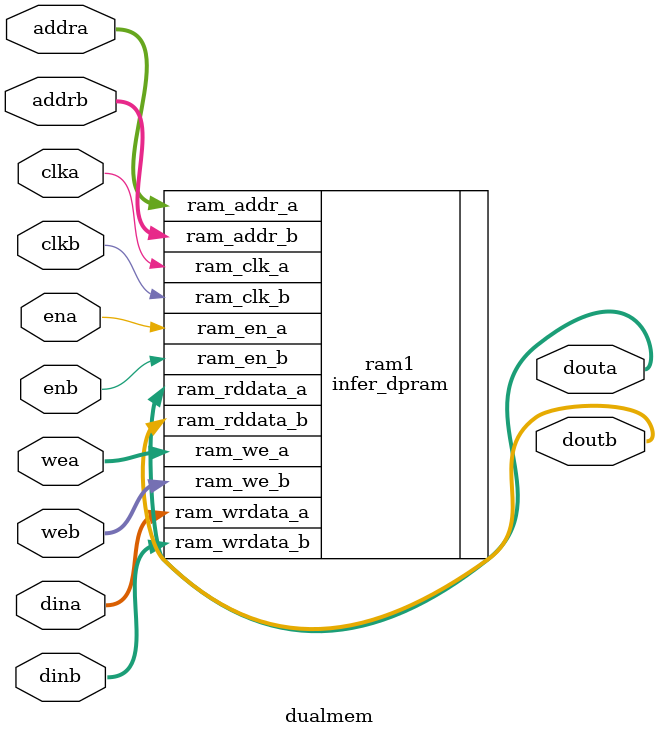
<source format=v>

module dualmem(clka, clkb, dina, dinb, addra, addrb, wea, web, douta, doutb, ena, enb);

   input wire clka, clkb;
   input [63:0] dina;
   input [63:0] dinb;
   input [10:0] addra;
   input [10:0] addrb;
   input [7:0]        wea;
   input [7:0]        web;
   input [0:0]        ena, enb;
   output [63:0]      douta;
   output [63:0]      doutb;

   genvar r;

`ifdef FPGA
   
   generate for (r = 0; r < 8; r=r+1)
     RAMB16_S9_S9
     RAMB16_S9_S9_inst
       (
        .CLKA   ( clka                     ),     // Port A Clock
        .DOA    ( douta[r*8 +: 8]          ),     // Port A 1-bit Data Output
        .DOPA   (                          ),
        .ADDRA  ( addra                    ),     // Port A 14-bit Address Input
        .DIA    ( dina[r*8 +: 8]           ),     // Port A 1-bit Data Input
        .DIPA   ( 1'b0                     ),
        .ENA    ( ena                      ),     // Port A RAM Enable Input
        .SSRA   ( 1'b0                     ),     // Port A Synchronous Set/Reset Input
        .WEA    ( wea[r]                   ),     // Port A Write Enable Input
        .CLKB   ( clkb                     ),     // Port B Clock
        .DOB    ( doutb[r*8 +: 8]          ),     // Port B 1-bit Data Output
        .DOPB   (                          ),
        .ADDRB  ( addrb                    ),     // Port B 14-bit Address Input
        .DIB    ( dinb[r*8 +: 8]           ),     // Port B 1-bit Data Input
        .DIPB   ( 1'b0                     ),
        .ENB    ( enb                      ),     // Port B RAM Enable Input
        .SSRB   ( 1'b0                     ),     // Port B Synchronous Set/Reset Input
        .WEB    ( web[r]                   )      // Port B Write Enable Input
        );
   endgenerate

`else // !`ifdef FPGA

infer_dpram #(.RAM_SIZE(11), .BYTE_WIDTH(8)) ram1 // RAM_SIZE is in words
(
.ram_clk_a(clka),
.ram_en_a(ena),
.ram_we_a(wea),
.ram_addr_a(addra),
.ram_wrdata_a(dina),
.ram_rddata_a(douta),
.ram_clk_b(clkb),
.ram_en_b(enb),
.ram_we_b(web),
.ram_addr_b(addrb),
.ram_wrdata_b(dinb),
.ram_rddata_b(doutb)
 );
   
`endif
   
endmodule // dualmem

</source>
